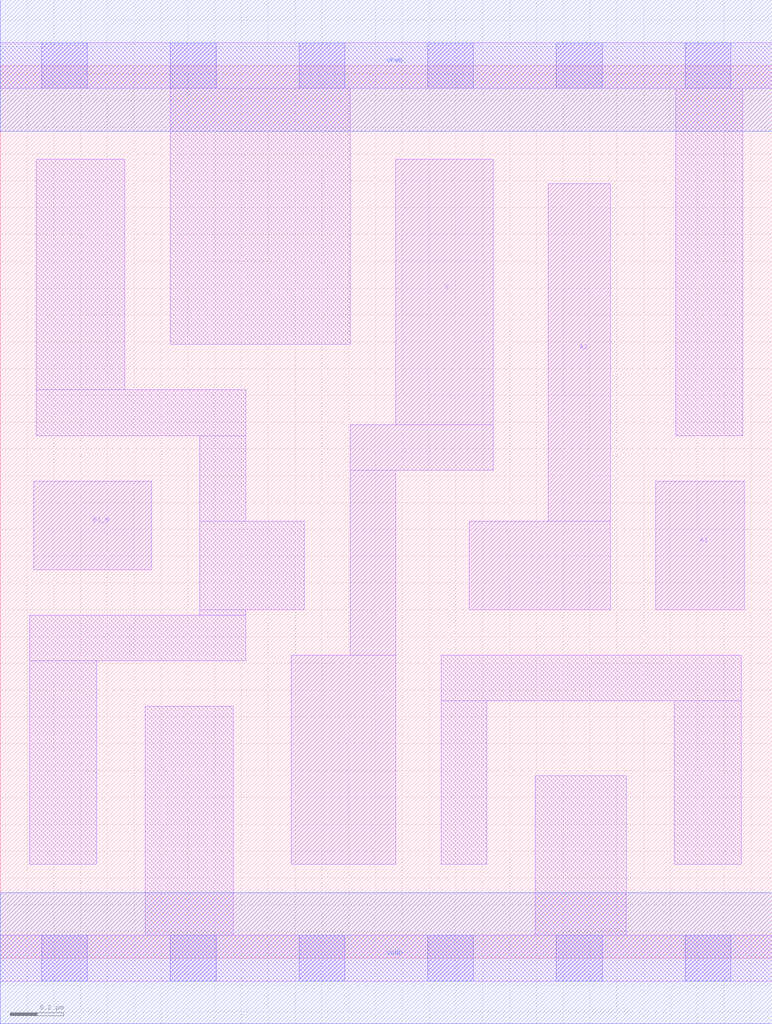
<source format=lef>
# Copyright 2020 The SkyWater PDK Authors
#
# Licensed under the Apache License, Version 2.0 (the "License");
# you may not use this file except in compliance with the License.
# You may obtain a copy of the License at
#
#     https://www.apache.org/licenses/LICENSE-2.0
#
# Unless required by applicable law or agreed to in writing, software
# distributed under the License is distributed on an "AS IS" BASIS,
# WITHOUT WARRANTIES OR CONDITIONS OF ANY KIND, either express or implied.
# See the License for the specific language governing permissions and
# limitations under the License.
#
# SPDX-License-Identifier: Apache-2.0

VERSION 5.7 ;
  NAMESCASESENSITIVE ON ;
  NOWIREEXTENSIONATPIN ON ;
  DIVIDERCHAR "/" ;
  BUSBITCHARS "[]" ;
UNITS
  DATABASE MICRONS 200 ;
END UNITS
MACRO sky130_fd_sc_hs__o21bai_1
  CLASS CORE ;
  SOURCE USER ;
  FOREIGN sky130_fd_sc_hs__o21bai_1 ;
  ORIGIN  0.000000  0.000000 ;
  SIZE  2.880000 BY  3.330000 ;
  SYMMETRY X Y ;
  SITE unit ;
  PIN A1
    ANTENNAGATEAREA  0.279000 ;
    DIRECTION INPUT ;
    USE SIGNAL ;
    PORT
      LAYER li1 ;
        RECT 2.445000 1.300000 2.775000 1.780000 ;
    END
  END A1
  PIN A2
    ANTENNAGATEAREA  0.279000 ;
    DIRECTION INPUT ;
    USE SIGNAL ;
    PORT
      LAYER li1 ;
        RECT 1.750000 1.300000 2.275000 1.630000 ;
        RECT 2.045000 1.630000 2.275000 2.890000 ;
    END
  END A2
  PIN B1_N
    ANTENNAGATEAREA  0.208500 ;
    DIRECTION INPUT ;
    USE SIGNAL ;
    PORT
      LAYER li1 ;
        RECT 0.125000 1.450000 0.565000 1.780000 ;
    END
  END B1_N
  PIN Y
    ANTENNADIFFAREA  0.543200 ;
    DIRECTION OUTPUT ;
    USE SIGNAL ;
    PORT
      LAYER li1 ;
        RECT 1.085000 0.350000 1.475000 1.130000 ;
        RECT 1.305000 1.130000 1.475000 1.820000 ;
        RECT 1.305000 1.820000 1.840000 1.990000 ;
        RECT 1.475000 1.990000 1.840000 2.980000 ;
    END
  END Y
  PIN VGND
    DIRECTION INOUT ;
    USE GROUND ;
    PORT
      LAYER met1 ;
        RECT 0.000000 -0.245000 2.880000 0.245000 ;
    END
  END VGND
  PIN VPWR
    DIRECTION INOUT ;
    USE POWER ;
    PORT
      LAYER met1 ;
        RECT 0.000000 3.085000 2.880000 3.575000 ;
    END
  END VPWR
  OBS
    LAYER li1 ;
      RECT 0.000000 -0.085000 2.880000 0.085000 ;
      RECT 0.000000  3.245000 2.880000 3.415000 ;
      RECT 0.110000  0.350000 0.360000 1.110000 ;
      RECT 0.110000  1.110000 0.915000 1.280000 ;
      RECT 0.135000  1.950000 0.915000 2.120000 ;
      RECT 0.135000  2.120000 0.465000 2.980000 ;
      RECT 0.540000  0.085000 0.870000 0.940000 ;
      RECT 0.635000  2.290000 1.305000 3.245000 ;
      RECT 0.745000  1.280000 0.915000 1.300000 ;
      RECT 0.745000  1.300000 1.135000 1.630000 ;
      RECT 0.745000  1.630000 0.915000 1.950000 ;
      RECT 1.645000  0.350000 1.815000 0.960000 ;
      RECT 1.645000  0.960000 2.765000 1.130000 ;
      RECT 1.995000  0.085000 2.335000 0.680000 ;
      RECT 2.515000  0.350000 2.765000 0.960000 ;
      RECT 2.520000  1.950000 2.770000 3.245000 ;
    LAYER mcon ;
      RECT 0.155000 -0.085000 0.325000 0.085000 ;
      RECT 0.155000  3.245000 0.325000 3.415000 ;
      RECT 0.635000 -0.085000 0.805000 0.085000 ;
      RECT 0.635000  3.245000 0.805000 3.415000 ;
      RECT 1.115000 -0.085000 1.285000 0.085000 ;
      RECT 1.115000  3.245000 1.285000 3.415000 ;
      RECT 1.595000 -0.085000 1.765000 0.085000 ;
      RECT 1.595000  3.245000 1.765000 3.415000 ;
      RECT 2.075000 -0.085000 2.245000 0.085000 ;
      RECT 2.075000  3.245000 2.245000 3.415000 ;
      RECT 2.555000 -0.085000 2.725000 0.085000 ;
      RECT 2.555000  3.245000 2.725000 3.415000 ;
  END
END sky130_fd_sc_hs__o21bai_1
END LIBRARY

</source>
